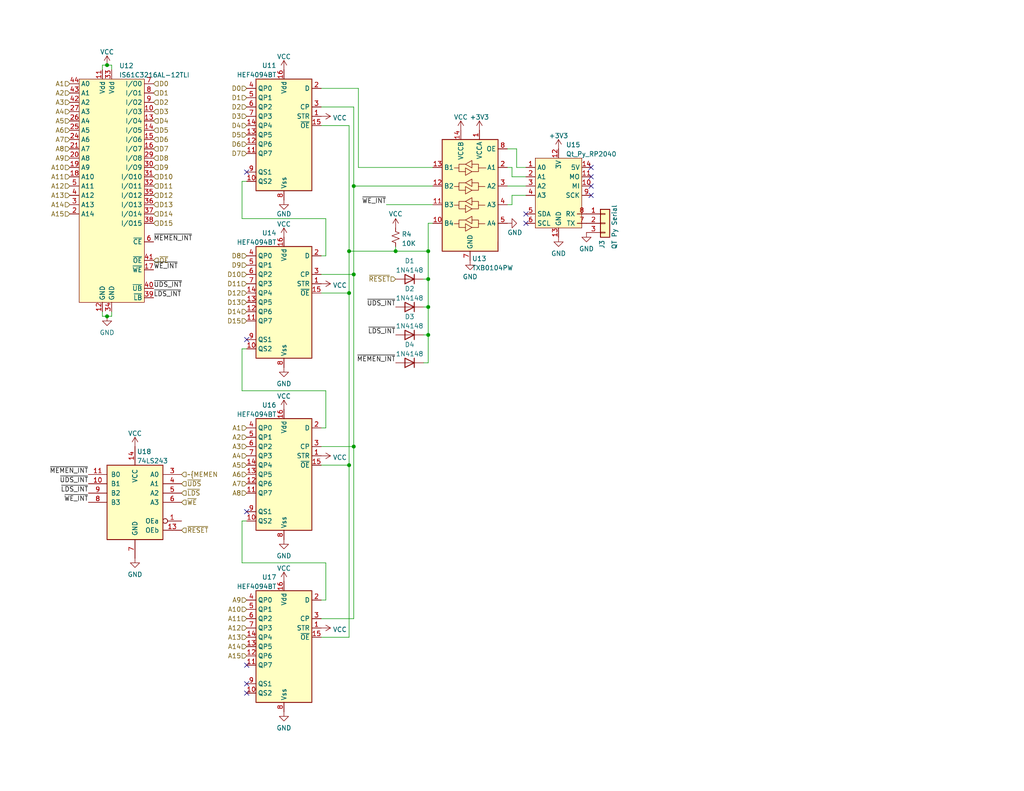
<source format=kicad_sch>
(kicad_sch (version 20211123) (generator eeschema)
  (paper "USLetter")
  (title_block (title "RAM/ROM Board") (date "2022-09-27") (rev "1.0.0-dev-3"))
  (lib_symbols
    (symbol "74xx:74LS243" (pin_names (offset 1.016))
      (property "Reference" "U" (at -7.62 11.43 0))
      (property "Value" "74LS243" (at -7.62 -11.43 0))
      (symbol "74LS243_1_0"
        (pin input inverted (at -12.7 -5.08 0) (length 5.08) (name "OEa") (number "1"))
        (pin tri_state line (at 12.7 5.08 180) (length 5.08) (name "B1") (number "10"))
        (pin tri_state line (at 12.7 7.62 180) (length 5.08) (name "B0") (number "11"))
        (pin input line (at -12.7 -7.62 0) (length 5.08) (name "OEb") (number "13"))
        (pin power_in line (at 0 15.24 270) (length 5.08) (name "VCC") (number "14"))
        (pin input line (at -12.7 7.62 0) (length 5.08) (name "A0") (number "3"))
        (pin input line (at -12.7 5.08 0) (length 5.08) (name "A1") (number "4"))
        (pin input line (at -12.7 2.54 0) (length 5.08) (name "A2") (number "5"))
        (pin input line (at -12.7 0 0) (length 5.08) (name "A3") (number "6"))
        (pin power_in line (at 0 -15.24 90) (length 5.08) (name "GND") (number "7"))
        (pin tri_state line (at 12.7 0 180) (length 5.08) (name "B3") (number "8"))
        (pin tri_state line (at 12.7 2.54 180) (length 5.08) (name "B2") (number "9"))
      )
      (symbol "74LS243_1_1"
        (rectangle (start -7.62 10.16) (end 7.62 -10.16) (stroke (width 0.254)) (fill (type background)))
      )
    )
    (symbol "Connector_Generic:Conn_01x03" (pin_names (offset 1.016) hide)
      (property "Reference" "J" (at 0 5.08 0))
      (property "Value" "Conn_01x03" (at 0 -5.08 0))
      (symbol "Conn_01x03_1_1"
        (rectangle (start -1.27 -2.413) (end 0 -2.667) (stroke (width 0.1524)))
        (rectangle (start -1.27 0.127) (end 0 -0.127) (stroke (width 0.1524)))
        (rectangle (start -1.27 2.667) (end 0 2.413) (stroke (width 0.1524)))
        (rectangle (start -1.27 3.81) (end 1.27 -3.81) (stroke (width 0.254)) (fill (type background)))
        (pin passive line (at -5.08 2.54 0) (length 3.81) (name "Pin_1") (number "1"))
        (pin passive line (at -5.08 0 0) (length 3.81) (name "Pin_2") (number "2"))
        (pin passive line (at -5.08 -2.54 0) (length 3.81) (name "Pin_3") (number "3"))
      )
    )
    (symbol "Device:R_Small_US" (pin_numbers hide) (pin_names (offset 0.254) hide)
      (property "Reference" "R" (at 0.762 0.508 0))
      (property "Value" "R_Small_US" (at 0.762 -1.016 0))
      (symbol "R_Small_US_1_1"
        (polyline (pts (xy 0 0) (xy 1.016 -0.381) (xy 0 -0.762) (xy -1.016 -1.143) (xy 0 -1.524)))
        (polyline (pts (xy 0 1.524) (xy 1.016 1.143) (xy 0 0.762) (xy -1.016 0.381) (xy 0 0)))
        (pin passive line (at 0 2.54 270) (length 1.016) (name "~") (number "1"))
        (pin passive line (at 0 -2.54 90) (length 1.016) (name "~") (number "2"))
      )
    )
    (symbol "Diode:1N4148" (pin_numbers hide) (pin_names (offset 1.016) hide)
      (property "Reference" "D" (at 0 2.54 0))
      (property "Value" "1N4148" (at 0 -2.54 0))
      (symbol "1N4148_0_1"
        (polyline (pts (xy -1.27 1.27) (xy -1.27 -1.27)) (stroke (width 0.254)))
        (polyline (pts (xy 1.27 0) (xy -1.27 0)))
        (polyline (pts (xy 1.27 1.27) (xy 1.27 -1.27) (xy -1.27 0) (xy 1.27 1.27)) (stroke (width 0.254)))
      )
      (symbol "1N4148_1_1"
        (pin passive line (at -3.81 0 0) (length 2.54) (name "K") (number "1"))
        (pin passive line (at 3.81 0 180) (length 2.54) (name "A") (number "2"))
      )
    )
    (symbol "Logic_LevelTranslator:TXB0104PW"
      (property "Reference" "U" (at -6.35 16.51 0))
      (property "Value" "TXB0104PW" (at 3.81 16.51 0))
      (symbol "TXB0104PW_0_1"
        (rectangle (start -7.62 -15.24) (end -7.62 -12.7) (stroke (width 0.254)))
        (rectangle (start -7.62 15.24) (end 7.62 -15.24) (stroke (width 0.254)) (fill (type background)))
        (polyline (pts (xy -2.286 -7.747) (xy -2.286 -6.731) (xy -0.508 -6.731)))
        (polyline (pts (xy -2.286 -2.667) (xy -2.286 -1.651) (xy -0.508 -1.651)))
        (polyline (pts (xy -2.286 2.413) (xy -2.286 3.429) (xy -0.508 3.429)))
        (polyline (pts (xy -2.286 7.493) (xy -2.286 8.509) (xy -0.508 8.509)))
        (polyline (pts (xy 3.048 -7.747) (xy 3.048 -8.763) (xy 1.27 -8.763)))
        (polyline (pts (xy 3.048 -2.667) (xy 3.048 -3.683) (xy 1.27 -3.683)))
        (polyline (pts (xy 3.048 2.413) (xy 3.048 1.397) (xy 1.27 1.397)))
        (polyline (pts (xy 3.048 7.493) (xy 3.048 6.477) (xy 1.27 6.477)))
        (polyline (pts (xy -0.508 -8.763) (xy -2.286 -8.763) (xy -2.286 -7.747) (xy -4.064 -7.747)))
        (polyline (pts (xy -0.508 -8.763) (xy 1.27 -7.747) (xy 1.27 -9.779) (xy -0.508 -8.763)))
        (polyline (pts (xy -0.508 -3.683) (xy -2.286 -3.683) (xy -2.286 -2.667) (xy -4.064 -2.667)))
        (polyline (pts (xy -0.508 -3.683) (xy 1.27 -2.667) (xy 1.27 -4.699) (xy -0.508 -3.683)))
        (polyline (pts (xy -0.508 1.397) (xy -2.286 1.397) (xy -2.286 2.413) (xy -4.064 2.413)))
        (polyline (pts (xy -0.508 1.397) (xy 1.27 2.413) (xy 1.27 0.381) (xy -0.508 1.397)))
        (polyline (pts (xy -0.508 6.477) (xy -2.286 6.477) (xy -2.286 7.493) (xy -4.318 7.493)))
        (polyline (pts (xy -0.508 6.477) (xy 1.27 7.493) (xy 1.27 5.461) (xy -0.508 6.477)))
        (polyline (pts (xy 1.27 -6.731) (xy -0.508 -7.747) (xy -0.508 -5.715) (xy 1.27 -6.731)))
        (polyline (pts (xy 1.27 -6.731) (xy 3.048 -6.731) (xy 3.048 -7.747) (xy 4.318 -7.747)))
        (polyline (pts (xy 1.27 -1.651) (xy -0.508 -2.667) (xy -0.508 -0.635) (xy 1.27 -1.651)))
        (polyline (pts (xy 1.27 -1.651) (xy 3.048 -1.651) (xy 3.048 -2.667) (xy 4.318 -2.667)))
        (polyline (pts (xy 1.27 3.429) (xy -0.508 2.413) (xy -0.508 4.445) (xy 1.27 3.429)))
        (polyline (pts (xy 1.27 3.429) (xy 3.048 3.429) (xy 3.048 2.413) (xy 4.318 2.413)))
        (polyline (pts (xy 1.27 8.509) (xy -0.508 7.493) (xy -0.508 9.525) (xy 1.27 8.509)))
        (polyline (pts (xy 1.27 8.509) (xy 3.048 8.509) (xy 3.048 7.493) (xy 4.318 7.493)))
      )
      (symbol "TXB0104PW_1_1"
        (pin power_in line (at -2.54 17.78 270) (length 2.54) (name "VCCA") (number "1"))
        (pin bidirectional line (at 10.16 -7.62 180) (length 2.54) (name "B4") (number "10"))
        (pin bidirectional line (at 10.16 -2.54 180) (length 2.54) (name "B3") (number "11"))
        (pin bidirectional line (at 10.16 2.54 180) (length 2.54) (name "B2") (number "12"))
        (pin bidirectional line (at 10.16 7.62 180) (length 2.54) (name "B1") (number "13"))
        (pin power_in line (at 2.54 17.78 270) (length 2.54) (name "VCCB") (number "14"))
        (pin bidirectional line (at -10.16 7.62 0) (length 2.54) (name "A1") (number "2"))
        (pin bidirectional line (at -10.16 2.54 0) (length 2.54) (name "A2") (number "3"))
        (pin bidirectional line (at -10.16 -2.54 0) (length 2.54) (name "A3") (number "4"))
        (pin bidirectional line (at -10.16 -7.62 0) (length 2.54) (name "A4") (number "5"))
        (pin no_connect line (at -10.16 -12.7 0) (length 2.54) hide (name "NC") (number "6"))
        (pin power_in line (at 0 -17.78 90) (length 2.54) (name "GND") (number "7"))
        (pin input line (at -10.16 12.7 0) (length 2.54) (name "OE") (number "8"))
        (pin no_connect line (at 10.16 -12.7 180) (length 2.54) hide (name "NC") (number "9"))
      )
    )
    (symbol "parts:HEF4094BT"
      (property "Reference" "U" (at -7.62 15.24 0))
      (property "Value" "HEF4094BT" (at -7.62 -15.24 0))
      (symbol "HEF4094BT_1_0"
        (pin input line (at -10.16 3.81 0) (length 2.54) (name "STR") (number "1"))
        (pin output line (at 10.16 -13.97 180) (length 2.54) (name "QS2") (number "10"))
        (pin tri_state line (at 10.16 -6.35 180) (length 2.54) (name "QP7") (number "11"))
        (pin tri_state line (at 10.16 -3.81 180) (length 2.54) (name "QP6") (number "12"))
        (pin tri_state line (at 10.16 -1.27 180) (length 2.54) (name "QP5") (number "13"))
        (pin tri_state line (at 10.16 1.27 180) (length 2.54) (name "QP4") (number "14"))
        (pin input line (at -10.16 1.27 0) (length 2.54) (name "~{OE}") (number "15"))
        (pin power_in line (at 0 16.51 270) (length 2.54) (name "Vdd") (number "16"))
        (pin input line (at -10.16 11.43 0) (length 2.54) (name "D") (number "2"))
        (pin input line (at -10.16 6.35 0) (length 2.54) (name "CP") (number "3"))
        (pin tri_state line (at 10.16 11.43 180) (length 2.54) (name "QP0") (number "4"))
        (pin tri_state line (at 10.16 8.89 180) (length 2.54) (name "QP1") (number "5"))
        (pin tri_state line (at 10.16 6.35 180) (length 2.54) (name "QP2") (number "6"))
        (pin tri_state line (at 10.16 3.81 180) (length 2.54) (name "QP3") (number "7"))
        (pin power_in line (at 0 -19.05 90) (length 2.54) (name "Vss") (number "8"))
        (pin output line (at 10.16 -11.43 180) (length 2.54) (name "QS1") (number "9"))
      )
      (symbol "HEF4094BT_1_1"
        (rectangle (start -7.62 13.97) (end 7.62 -16.51) (stroke (width 0.254)) (fill (type background)))
      )
    )
    (symbol "parts:IS61C3216AL-12TLI"
      (property "Reference" "U" (at 11.43 27.94 0))
      (property "Value" "IS61C3216AL-12TLI" (at 12.7 25.4 0))
      (symbol "IS61C3216AL-12TLI_0_0"
        (pin input line (at -10.16 -3.81 0) (length 2.54) (name "A10") (number "18"))
        (pin input line (at -10.16 -1.27 0) (length 2.54) (name "A9") (number "19"))
        (pin input line (at -10.16 -13.97 0) (length 2.54) (name "A14") (number "2"))
        (pin input line (at -10.16 1.27 0) (length 2.54) (name "A8") (number "20"))
        (pin input line (at -10.16 3.81 0) (length 2.54) (name "A7") (number "21"))
        (pin input line (at -10.16 6.35 0) (length 2.54) (name "A6") (number "24"))
        (pin input line (at -10.16 8.89 0) (length 2.54) (name "A5") (number "25"))
        (pin input line (at -10.16 11.43 0) (length 2.54) (name "A4") (number "26"))
        (pin input line (at -10.16 13.97 0) (length 2.54) (name "A3") (number "27"))
        (pin bidirectional line (at 12.7 1.27 180) (length 2.54) (name "I/O8") (number "29"))
        (pin input line (at -10.16 -11.43 0) (length 2.54) (name "A13") (number "3"))
        (pin bidirectional line (at 12.7 -1.27 180) (length 2.54) (name "I/O9") (number "30"))
        (pin bidirectional line (at 12.7 -3.81 180) (length 2.54) (name "I/O10") (number "31"))
        (pin bidirectional line (at 12.7 -6.35 180) (length 2.54) (name "I/O11") (number "32"))
        (pin bidirectional line (at 12.7 -8.89 180) (length 2.54) (name "I/O12") (number "35"))
        (pin bidirectional line (at 12.7 -11.43 180) (length 2.54) (name "I/O13") (number "36"))
        (pin bidirectional line (at 12.7 -13.97 180) (length 2.54) (name "I/O14") (number "37"))
        (pin bidirectional line (at 12.7 -16.51 180) (length 2.54) (name "I/O15") (number "38"))
        (pin input line (at -10.16 -8.89 0) (length 2.54) (name "A12") (number "4"))
        (pin input line (at -10.16 16.51 0) (length 2.54) (name "A2") (number "42"))
        (pin input line (at -10.16 19.05 0) (length 2.54) (name "A1") (number "43"))
        (pin input line (at -10.16 -6.35 0) (length 2.54) (name "A11") (number "5"))
      )
      (symbol "IS61C3216AL-12TLI_0_1"
        (rectangle (start 10.16 22.86) (end -7.62 -38.1) (stroke (width 0.1524)) (fill (type background)))
      )
      (symbol "IS61C3216AL-12TLI_1_1"
        (pin bidirectional line (at 12.7 13.97 180) (length 2.54) (name "I/O3") (number "10"))
        (pin power_in line (at -1.27 25.4 270) (length 2.54) (name "Vdd") (number "11"))
        (pin power_in line (at -1.27 -40.64 90) (length 2.54) (name "GND") (number "12"))
        (pin bidirectional line (at 12.7 11.43 180) (length 2.54) (name "I/O4") (number "13"))
        (pin bidirectional line (at 12.7 8.89 180) (length 2.54) (name "I/O5") (number "14"))
        (pin bidirectional line (at 12.7 6.35 180) (length 2.54) (name "I/O6") (number "15"))
        (pin bidirectional line (at 12.7 3.81 180) (length 2.54) (name "I/O7") (number "16"))
        (pin input line (at 12.7 -29.21 180) (length 2.54) (name "~{WE}") (number "17"))
        (pin power_in line (at 1.27 25.4 270) (length 2.54) (name "Vdd") (number "33"))
        (pin power_in line (at 1.27 -40.64 90) (length 2.54) (name "GND") (number "34"))
        (pin input line (at 12.7 -36.83 180) (length 2.54) (name "~{LB}") (number "39"))
        (pin input line (at 12.7 -34.29 180) (length 2.54) (name "~{UB}") (number "40"))
        (pin input line (at 12.7 -26.67 180) (length 2.54) (name "~{OE}") (number "41"))
        (pin input line (at -10.16 21.59 0) (length 2.54) (name "A0") (number "44"))
        (pin input line (at 12.7 -21.59 180) (length 2.54) (name "~{CE}") (number "6"))
        (pin bidirectional line (at 12.7 21.59 180) (length 2.54) (name "I/O0") (number "7"))
        (pin bidirectional line (at 12.7 19.05 180) (length 2.54) (name "I/O1") (number "8"))
        (pin bidirectional line (at 12.7 16.51 180) (length 2.54) (name "I/O2") (number "9"))
      )
    )
    (symbol "parts:Qt_Py_RP2040"
      (property "Reference" "U" (at 7.62 11.43 0))
      (property "Value" "Qt_Py_RP2040" (at 7.62 8.89 0))
      (symbol "Qt_Py_RP2040_0_1"
        (rectangle (start 6.35 7.62) (end -6.35 -11.43) (stroke (width 0.1524)) (fill (type background)))
      )
      (symbol "Qt_Py_RP2040_1_1"
        (pin bidirectional line (at -8.89 5.08 0) (length 2.54) (name "A0") (number "1"))
        (pin bidirectional line (at 8.89 0 180) (length 2.54) (name "MI") (number "10"))
        (pin bidirectional line (at 8.89 2.54 180) (length 2.54) (name "MO") (number "11"))
        (pin power_out line (at 0 10.16 270) (length 2.54) (name "3V") (number "12"))
        (pin power_out line (at 0 -13.97 90) (length 2.54) (name "GND") (number "13"))
        (pin power_out line (at 8.89 5.08 180) (length 2.54) (name "5V") (number "14"))
        (pin bidirectional line (at -8.89 2.54 0) (length 2.54) (name "A1") (number "2"))
        (pin bidirectional line (at -8.89 0 0) (length 2.54) (name "A2") (number "3"))
        (pin bidirectional line (at -8.89 -2.54 0) (length 2.54) (name "A3") (number "4"))
        (pin bidirectional line (at -8.89 -7.62 0) (length 2.54) (name "SDA") (number "5"))
        (pin bidirectional line (at -8.89 -10.16 0) (length 2.54) (name "SCL") (number "6"))
        (pin bidirectional line (at 7.62 -10.16 180) (length 2.54) (name "TX") (number "7"))
        (pin bidirectional line (at 7.62 -7.62 180) (length 2.54) (name "RX") (number "8"))
        (pin bidirectional line (at 8.89 -2.54 180) (length 2.54) (name "SCK") (number "9"))
      )
    )
    (symbol "power:+3V3" (power) (pin_names (offset 0))
      (property "Value" "+3V3" (at 0 3.556 0))
      (symbol "+3V3_0_1"
        (polyline (pts (xy -0.762 1.27) (xy 0 2.54)))
        (polyline (pts (xy 0 0) (xy 0 2.54)))
        (polyline (pts (xy 0 2.54) (xy 0.762 1.27)))
      )
      (symbol "+3V3_1_1"
        (pin power_in line (at 0 0 90) (length 0) hide (name "+3V3") (number "1"))
      )
    )
    (symbol "power:GND" (power) (pin_names (offset 0))
      (property "Value" "GND" (at 0 -3.81 0))
      (symbol "GND_0_1"
        (polyline (pts (xy 0 0) (xy 0 -1.27) (xy 1.27 -1.27) (xy 0 -2.54) (xy -1.27 -1.27) (xy 0 -1.27)))
      )
      (symbol "GND_1_1"
        (pin power_in line (at 0 0 270) (length 0) hide (name "GND") (number "1"))
      )
    )
    (symbol "power:VCC" (power) (pin_names (offset 0))
      (property "Value" "VCC" (at 0 3.81 0))
      (symbol "VCC_0_1"
        (polyline (pts (xy -0.762 1.27) (xy 0 2.54)))
        (polyline (pts (xy 0 0) (xy 0 2.54)))
        (polyline (pts (xy 0 2.54) (xy 0.762 1.27)))
      )
      (symbol "VCC_1_1"
        (pin power_in line (at 0 0 90) (length 0) hide (name "VCC") (number "1"))
      )
    )
  )
  (junction (at 95.25 68.58))
  (junction (at 116.84 83.82))
  (junction (at 95.25 80.01))
  (junction (at 116.84 91.44))
  (junction (at 116.84 76.2))
  (junction (at 96.52 50.8))
  (junction (at 29.21 17.78))
  (junction (at 107.95 68.58))
  (junction (at 96.52 121.92))
  (junction (at 116.84 68.58))
  (junction (at 95.25 127))
  (junction (at 29.21 86.36))
  (junction (at 96.52 74.93))
  (no_connect (at 67.31 46.99))
  (no_connect (at 67.31 139.7))
  (no_connect (at 67.31 92.71))
  (no_connect (at 67.31 189.23))
  (no_connect (at 143.51 60.96))
  (no_connect (at 143.51 58.42))
  (no_connect (at 161.29 45.72))
  (no_connect (at 161.29 50.8))
  (no_connect (at 161.29 53.34))
  (no_connect (at 161.29 48.26))
  (no_connect (at 67.31 181.61))
  (no_connect (at 67.31 186.69))
  (wire (pts (xy 116.84 76.2) (xy 116.84 83.82)))
  (wire (pts (xy 67.31 95.25) (xy 66.04 95.25)))
  (wire (pts (xy 116.84 68.58) (xy 116.84 76.2)))
  (wire (pts (xy 96.52 50.8) (xy 118.11 50.8)))
  (wire (pts (xy 66.04 106.68) (xy 88.9 106.68)))
  (wire (pts (xy 88.9 116.84) (xy 87.63 116.84)))
  (wire (pts (xy 27.94 17.78) (xy 29.21 17.78)))
  (wire (pts (xy 27.94 19.05) (xy 27.94 17.78)))
  (wire (pts (xy 87.63 168.91) (xy 96.52 168.91)))
  (wire (pts (xy 139.7 48.26) (xy 139.7 45.72)))
  (wire (pts (xy 115.57 99.06) (xy 116.84 99.06)))
  (wire (pts (xy 140.97 45.72) (xy 140.97 40.64)))
  (wire (pts (xy 88.9 69.85) (xy 87.63 69.85)))
  (wire (pts (xy 30.48 17.78) (xy 30.48 19.05)))
  (wire (pts (xy 139.7 53.34) (xy 143.51 53.34)))
  (wire (pts (xy 88.9 106.68) (xy 88.9 116.84)))
  (wire (pts (xy 107.95 67.31) (xy 107.95 68.58)))
  (wire (pts (xy 107.95 68.58) (xy 116.84 68.58)))
  (wire (pts (xy 88.9 153.67) (xy 88.9 163.83)))
  (wire (pts (xy 87.63 80.01) (xy 95.25 80.01)))
  (wire (pts (xy 115.57 91.44) (xy 116.84 91.44)))
  (wire (pts (xy 96.52 168.91) (xy 96.52 121.92)))
  (wire (pts (xy 87.63 121.92) (xy 96.52 121.92)))
  (wire (pts (xy 116.84 83.82) (xy 116.84 91.44)))
  (wire (pts (xy 140.97 45.72) (xy 143.51 45.72)))
  (wire (pts (xy 97.79 45.72) (xy 97.79 24.13)))
  (wire (pts (xy 116.84 60.96) (xy 116.84 68.58)))
  (wire (pts (xy 139.7 55.88) (xy 139.7 53.34)))
  (wire (pts (xy 88.9 163.83) (xy 87.63 163.83)))
  (wire (pts (xy 27.94 86.36) (xy 27.94 85.09)))
  (wire (pts (xy 67.31 49.53) (xy 66.04 49.53)))
  (wire (pts (xy 66.04 59.69) (xy 88.9 59.69)))
  (wire (pts (xy 96.52 29.21) (xy 96.52 50.8)))
  (wire (pts (xy 87.63 34.29) (xy 95.25 34.29)))
  (wire (pts (xy 88.9 59.69) (xy 88.9 69.85)))
  (wire (pts (xy 66.04 142.24) (xy 66.04 153.67)))
  (wire (pts (xy 138.43 50.8) (xy 143.51 50.8)))
  (wire (pts (xy 116.84 91.44) (xy 116.84 99.06)))
  (wire (pts (xy 96.52 29.21) (xy 87.63 29.21)))
  (wire (pts (xy 95.25 173.99) (xy 95.25 127)))
  (wire (pts (xy 95.25 80.01) (xy 95.25 127)))
  (wire (pts (xy 66.04 95.25) (xy 66.04 106.68)))
  (wire (pts (xy 95.25 34.29) (xy 95.25 68.58)))
  (wire (pts (xy 139.7 48.26) (xy 143.51 48.26)))
  (wire (pts (xy 87.63 173.99) (xy 95.25 173.99)))
  (wire (pts (xy 97.79 45.72) (xy 118.11 45.72)))
  (wire (pts (xy 118.11 60.96) (xy 116.84 60.96)))
  (wire (pts (xy 115.57 83.82) (xy 116.84 83.82)))
  (wire (pts (xy 29.21 86.36) (xy 27.94 86.36)))
  (wire (pts (xy 87.63 127) (xy 95.25 127)))
  (wire (pts (xy 97.79 24.13) (xy 87.63 24.13)))
  (wire (pts (xy 96.52 50.8) (xy 96.52 74.93)))
  (wire (pts (xy 115.57 76.2) (xy 116.84 76.2)))
  (wire (pts (xy 87.63 74.93) (xy 96.52 74.93)))
  (wire (pts (xy 67.31 142.24) (xy 66.04 142.24)))
  (wire (pts (xy 30.48 86.36) (xy 30.48 85.09)))
  (wire (pts (xy 95.25 68.58) (xy 107.95 68.58)))
  (wire (pts (xy 138.43 40.64) (xy 140.97 40.64)))
  (wire (pts (xy 29.21 17.78) (xy 30.48 17.78)))
  (wire (pts (xy 138.43 45.72) (xy 139.7 45.72)))
  (wire (pts (xy 66.04 49.53) (xy 66.04 59.69)))
  (wire (pts (xy 66.04 153.67) (xy 88.9 153.67)))
  (wire (pts (xy 29.21 86.36) (xy 30.48 86.36)))
  (wire (pts (xy 105.41 55.88) (xy 118.11 55.88)))
  (wire (pts (xy 138.43 55.88) (xy 139.7 55.88)))
  (wire (pts (xy 95.25 68.58) (xy 95.25 80.01)))
  (wire (pts (xy 96.52 74.93) (xy 96.52 121.92)))
  (label "~{UDS_INT}" (at 41.91 78.74 0))
  (label "~{WE_INT}" (at 41.91 73.66 0))
  (label "~{MEMEN_INT}" (at 107.95 99.06 180))
  (label "~{LDS_INT}" (at 41.91 81.28 0))
  (label "~{LDS_INT}" (at 107.95 91.44 180))
  (label "~{MEMEN_INT}" (at 24.13 129.54 180))
  (label "~{LDS_INT}" (at 24.13 134.62 180))
  (label "~{WE_INT}" (at 24.13 137.16 180))
  (label "~{UDS_INT}" (at 107.95 83.82 180))
  (label "~{MEMEN_INT}" (at 41.91 66.04 0))
  (label "~{UDS_INT}" (at 24.13 132.08 180))
  (label "~{WE_INT}" (at 105.41 55.88 180))
  (hierarchical_label "A14" (shape input) (at 67.31 176.53 180))
  (hierarchical_label "D15" (shape input) (at 41.91 60.96 0))
  (hierarchical_label "A13" (shape input) (at 67.31 173.99 180))
  (hierarchical_label "D12" (shape input) (at 41.91 53.34 0))
  (hierarchical_label "A8" (shape input) (at 19.05 40.64 180))
  (hierarchical_label "D4" (shape input) (at 67.31 34.29 180))
  (hierarchical_label "D2" (shape input) (at 67.31 29.21 180))
  (hierarchical_label "D0" (shape input) (at 41.91 22.86 0))
  (hierarchical_label "D8" (shape input) (at 41.91 43.18 0))
  (hierarchical_label "~{MEMEN" (shape input) (at 49.53 129.54 0))
  (hierarchical_label "D14" (shape input) (at 67.31 85.09 180))
  (hierarchical_label "D13" (shape input) (at 67.31 82.55 180))
  (hierarchical_label "A3" (shape input) (at 67.31 121.92 180))
  (hierarchical_label "D5" (shape input) (at 41.91 35.56 0))
  (hierarchical_label "D5" (shape input) (at 67.31 36.83 180))
  (hierarchical_label "~{RESET}" (shape input) (at 49.53 144.78 0))
  (hierarchical_label "A9" (shape input) (at 67.31 163.83 180))
  (hierarchical_label "D11" (shape input) (at 67.31 77.47 180))
  (hierarchical_label "D11" (shape input) (at 41.91 50.8 0))
  (hierarchical_label "A15" (shape input) (at 19.05 58.42 180))
  (hierarchical_label "A11" (shape input) (at 67.31 168.91 180))
  (hierarchical_label "A7" (shape input) (at 19.05 38.1 180))
  (hierarchical_label "A1" (shape input) (at 19.05 22.86 180))
  (hierarchical_label "A12" (shape input) (at 19.05 50.8 180))
  (hierarchical_label "A1" (shape input) (at 67.31 116.84 180))
  (hierarchical_label "D0" (shape input) (at 67.31 24.13 180))
  (hierarchical_label "A5" (shape input) (at 67.31 127 180))
  (hierarchical_label "D9" (shape input) (at 67.31 72.39 180))
  (hierarchical_label "D10" (shape input) (at 67.31 74.93 180))
  (hierarchical_label "D15" (shape input) (at 67.31 87.63 180))
  (hierarchical_label "A2" (shape input) (at 19.05 25.4 180))
  (hierarchical_label "D8" (shape input) (at 67.31 69.85 180))
  (hierarchical_label "D3" (shape input) (at 41.91 30.48 0))
  (hierarchical_label "D1" (shape input) (at 41.91 25.4 0))
  (hierarchical_label "A15" (shape input) (at 67.31 179.07 180))
  (hierarchical_label "~{UDS}" (shape input) (at 49.53 132.08 0))
  (hierarchical_label "A9" (shape input) (at 19.05 43.18 180))
  (hierarchical_label "A4" (shape input) (at 19.05 30.48 180))
  (hierarchical_label "D7" (shape input) (at 41.91 40.64 0))
  (hierarchical_label "D1" (shape input) (at 67.31 26.67 180))
  (hierarchical_label "A6" (shape input) (at 67.31 129.54 180))
  (hierarchical_label "A10" (shape input) (at 67.31 166.37 180))
  (hierarchical_label "D12" (shape input) (at 67.31 80.01 180))
  (hierarchical_label "D9" (shape input) (at 41.91 45.72 0))
  (hierarchical_label "~{OE}" (shape input) (at 41.91 71.12 0))
  (hierarchical_label "D7" (shape input) (at 67.31 41.91 180))
  (hierarchical_label "A6" (shape input) (at 19.05 35.56 180))
  (hierarchical_label "D3" (shape input) (at 67.31 31.75 180))
  (hierarchical_label "D4" (shape input) (at 41.91 33.02 0))
  (hierarchical_label "A10" (shape input) (at 19.05 45.72 180))
  (hierarchical_label "D14" (shape input) (at 41.91 58.42 0))
  (hierarchical_label "A14" (shape input) (at 19.05 55.88 180))
  (hierarchical_label "D13" (shape input) (at 41.91 55.88 0))
  (hierarchical_label "A12" (shape input) (at 67.31 171.45 180))
  (hierarchical_label "D6" (shape input) (at 41.91 38.1 0))
  (hierarchical_label "A3" (shape input) (at 19.05 27.94 180))
  (hierarchical_label "~{LDS}" (shape input) (at 49.53 134.62 0))
  (hierarchical_label "A8" (shape input) (at 67.31 134.62 180))
  (hierarchical_label "D10" (shape input) (at 41.91 48.26 0))
  (hierarchical_label "A11" (shape input) (at 19.05 48.26 180))
  (hierarchical_label "A7" (shape input) (at 67.31 132.08 180))
  (hierarchical_label "~{RESET}" (shape input) (at 107.95 76.2 180))
  (hierarchical_label "A4" (shape input) (at 67.31 124.46 180))
  (hierarchical_label "~{WE}" (shape input) (at 49.53 137.16 0))
  (hierarchical_label "A13" (shape input) (at 19.05 53.34 180))
  (hierarchical_label "A5" (shape input) (at 19.05 33.02 180))
  (hierarchical_label "D6" (shape input) (at 67.31 39.37 180))
  (hierarchical_label "D2" (shape input) (at 41.91 27.94 0))
  (hierarchical_label "A2" (shape input) (at 67.31 119.38 180))
  (symbol (lib_id "power:VCC") (at 77.47 111.76 0) (mirror y) (unit 1)
    (property "Reference" "#PWR054" (effects hide))
    (property "Value" "VCC" (at 77.47 108.1842 0))
  )
  (symbol (lib_id "power:GND") (at 77.47 194.31 0) (mirror y) (unit 1)
    (property "Reference" "#PWR063" (effects hide))
    (property "Value" "GND" (at 77.47 198.7534 0))
  )
  (symbol (lib_id "parts:HEF4094BT") (at 77.47 81.28 0) (mirror y) (unit 1)
    (property "Reference" "U14" (at 75.4506 63.6102 0) (effects (justify left)))
    (property "Value" "HEF4094BT" (at 75.4506 66.1471 0) (effects (justify left)))
    (property "Footprint" "Package_SO:SOIC-16_3.9x9.9mm_P1.27mm" (effects hide))
  )
  (symbol (lib_id "74xx:74LS243") (at 36.83 137.16 0) (mirror y) (unit 1)
    (property "Reference" "U18" (at 37.3506 123.3002 0) (effects (justify right)))
    (property "Value" "74LS243" (at 37.3506 125.8371 0) (effects (justify right)))
    (property "Footprint" "Package_SO:SOIC-14_3.9x8.7mm_P1.27mm" (effects hide))
    (property "Datasheet" "http://www.ti.com/lit/gpn/sn74LS243" (effects hide))
  )
  (symbol (lib_id "power:VCC") (at 36.83 121.92 0) (unit 1)
    (property "Reference" "#PWR0106" (effects hide))
    (property "Value" "VCC" (at 36.83 118.3442 0))
  )
  (symbol (lib_id "power:+3V3") (at 130.81 35.56 0) (unit 1)
    (property "Reference" "#PWR037" (effects hide))
    (property "Value" "+3V3" (at 130.81 31.9842 0))
  )
  (symbol (lib_id "power:VCC") (at 29.21 17.78 0) (unit 1)
    (property "Reference" "#PWR033" (effects hide))
    (property "Value" "VCC" (at 29.21 14.2042 0))
  )
  (symbol (lib_id "Diode:1N4148") (at 111.76 76.2 180) (unit 1)
    (property "Reference" "D1" (at 111.76 71.2302 0))
    (property "Value" "1N4148" (at 111.76 73.7671 0))
    (property "Footprint" "Diode_THT:D_DO-35_SOD27_P7.62mm_Horizontal" (effects hide))
    (property "Datasheet" "https://assets.nexperia.com/documents/data-sheet/1N4148_1N4448.pdf" (effects hide))
  )
  (symbol (lib_id "parts:HEF4094BT") (at 77.47 175.26 0) (mirror y) (unit 1)
    (property "Reference" "U17" (at 75.4506 157.5902 0) (effects (justify left)))
    (property "Value" "HEF4094BT" (at 75.4506 160.1271 0) (effects (justify left)))
    (property "Footprint" "Package_SO:SOIC-16_3.9x9.9mm_P1.27mm" (effects hide))
  )
  (symbol (lib_id "power:VCC") (at 87.63 171.45 270) (mirror x) (unit 1)
    (property "Reference" "#PWR062" (effects hide))
    (property "Value" "VCC" (at 90.805 171.8838 90) (effects (justify left)))
  )
  (symbol (lib_id "parts:HEF4094BT") (at 77.47 128.27 0) (mirror y) (unit 1)
    (property "Reference" "U16" (at 75.4506 110.6002 0) (effects (justify left)))
    (property "Value" "HEF4094BT" (at 75.4506 113.1371 0) (effects (justify left)))
    (property "Footprint" "Package_SO:SOIC-16_3.9x9.9mm_P1.27mm" (effects hide))
  )
  (symbol (lib_id "Device:R_Small_US") (at 107.95 64.77 0) (unit 1)
    (property "Reference" "R4" (at 109.601 63.9353 0) (effects (justify left)))
    (property "Value" "10K" (at 109.601 66.4722 0) (effects (justify left)))
    (property "Footprint" "Resistor_THT:R_Axial_DIN0207_L6.3mm_D2.5mm_P7.62mm_Horizontal" (effects hide))
  )
  (symbol (lib_id "power:+3V3") (at 152.4 40.64 0) (unit 1)
    (property "Reference" "#PWR0102" (effects hide))
    (property "Value" "+3V3" (at 152.4 37.0642 0))
  )
  (symbol (lib_id "power:GND") (at 36.83 152.4 0) (unit 1)
    (property "Reference" "#PWR0107" (effects hide))
    (property "Value" "GND" (at 36.83 156.8434 0))
  )
  (symbol (lib_id "power:VCC") (at 87.63 31.75 270) (mirror x) (unit 1)
    (property "Reference" "#PWR035" (effects hide))
    (property "Value" "VCC" (at 90.805 32.1838 90) (effects (justify left)))
  )
  (symbol (lib_id "power:VCC") (at 125.73 35.56 0) (unit 1)
    (property "Reference" "#PWR036" (effects hide))
    (property "Value" "VCC" (at 125.73 31.9842 0))
  )
  (symbol (lib_id "parts:IS61C3216AL-12TLI") (at 29.21 44.45 0) (unit 1)
    (property "Reference" "U12" (at 32.4994 17.941 0) (effects (justify left)))
    (property "Value" "IS61C3216AL-12TLI" (at 32.4994 20.4779 0) (effects (justify left)))
    (property "Footprint" "Package_SO:TSOP-II-44_10.16x18.41mm_P0.8mm" (effects hide))
  )
  (symbol (lib_id "parts:Qt_Py_RP2040") (at 152.4 50.8 0) (unit 1)
    (property "Reference" "U15" (at 154.4194 39.531 0) (effects (justify left)))
    (property "Value" "Qt_Py_RP2040" (at 154.4194 42.0679 0) (effects (justify left)))
  )
  (symbol (lib_id "power:GND") (at 152.4 64.77 0) (unit 1)
    (property "Reference" "#PWR0103" (effects hide))
    (property "Value" "GND" (at 152.4 69.2134 0))
  )
  (symbol (lib_id "Diode:1N4148") (at 111.76 83.82 180) (unit 1)
    (property "Reference" "D2" (at 111.76 78.8502 0))
    (property "Value" "1N4148" (at 111.76 81.3871 0))
    (property "Footprint" "Diode_THT:D_DO-35_SOD27_P7.62mm_Horizontal" (effects hide))
    (property "Datasheet" "https://assets.nexperia.com/documents/data-sheet/1N4148_1N4448.pdf" (effects hide))
  )
  (symbol (lib_id "power:GND") (at 138.43 60.96 90) (unit 1)
    (property "Reference" "#PWR043" (effects hide))
    (property "Value" "GND" (at 138.43 63.5 90) (effects (justify right)))
  )
  (symbol (lib_id "power:VCC") (at 77.47 19.05 0) (mirror y) (unit 1)
    (property "Reference" "#PWR034" (effects hide))
    (property "Value" "VCC" (at 77.47 15.4742 0))
  )
  (symbol (lib_id "power:GND") (at 77.47 54.61 0) (mirror y) (unit 1)
    (property "Reference" "#PWR042" (effects hide))
    (property "Value" "GND" (at 77.47 58.42 0))
  )
  (symbol (lib_id "power:GND") (at 29.21 86.36 0) (unit 1)
    (property "Reference" "#PWR050" (effects hide))
    (property "Value" "GND" (at 29.21 90.8034 0))
  )
  (symbol (lib_id "Connector_Generic:Conn_01x03") (at 165.1 60.96 0) (unit 1)
    (property "Reference" "J3" (at 164.2653 65.532 90) (effects (justify right)))
    (property "Value" "QT Py Serial" (at 167.64 55.88 90) (effects (justify right)))
    (property "Footprint" "Connector_PinHeader_2.54mm:PinHeader_1x03_P2.54mm_Vertical" (effects hide))
  )
  (symbol (lib_id "power:VCC") (at 87.63 124.46 270) (mirror x) (unit 1)
    (property "Reference" "#PWR058" (effects hide))
    (property "Value" "VCC" (at 90.805 124.8938 90) (effects (justify left)))
  )
  (symbol (lib_id "power:VCC") (at 87.63 77.47 270) (mirror x) (unit 1)
    (property "Reference" "#PWR048" (effects hide))
    (property "Value" "VCC" (at 90.805 77.9038 90) (effects (justify left)))
  )
  (symbol (lib_id "power:GND") (at 77.47 147.32 0) (mirror y) (unit 1)
    (property "Reference" "#PWR060" (effects hide))
    (property "Value" "GND" (at 77.47 151.7634 0))
  )
  (symbol (lib_id "power:VCC") (at 77.47 64.77 0) (mirror y) (unit 1)
    (property "Reference" "#PWR044" (effects hide))
    (property "Value" "VCC" (at 77.47 61.1942 0))
  )
  (symbol (lib_id "power:GND") (at 160.02 63.5 0) (unit 1)
    (property "Reference" "#PWR0104" (effects hide))
    (property "Value" "GND" (at 160.02 67.9434 0))
  )
  (symbol (lib_id "Logic_LevelTranslator:TXB0104PW") (at 128.27 53.34 0) (mirror y) (unit 1)
    (property "Reference" "U13" (at 128.7906 70.6104 0) (effects (justify right)))
    (property "Value" "TXB0104PW" (at 128.7906 73.1473 0) (effects (justify right)))
    (property "Footprint" "Package_SO:TSSOP-14_4.4x5mm_P0.65mm" (effects hide))
    (property "Datasheet" "http://www.ti.com/lit/ds/symlink/txb0104.pdf" (effects hide))
  )
  (symbol (lib_id "Diode:1N4148") (at 111.76 99.06 180) (unit 1)
    (property "Reference" "D4" (at 111.76 94.0902 0))
    (property "Value" "1N4148" (at 111.76 96.6271 0))
    (property "Footprint" "Diode_THT:D_DO-35_SOD27_P7.62mm_Horizontal" (effects hide))
    (property "Datasheet" "https://assets.nexperia.com/documents/data-sheet/1N4148_1N4448.pdf" (effects hide))
  )
  (symbol (lib_id "power:GND") (at 128.27 71.12 0) (unit 1)
    (property "Reference" "#PWR047" (effects hide))
    (property "Value" "GND" (at 128.27 75.5634 0))
  )
  (symbol (lib_id "parts:HEF4094BT") (at 77.47 35.56 0) (mirror y) (unit 1)
    (property "Reference" "U11" (at 75.4506 17.8902 0) (effects (justify left)))
    (property "Value" "HEF4094BT" (at 75.4506 20.4271 0) (effects (justify left)))
    (property "Footprint" "Package_SO:SOIC-16_3.9x9.9mm_P1.27mm" (effects hide))
  )
  (symbol (lib_id "power:GND") (at 77.47 100.33 0) (mirror y) (unit 1)
    (property "Reference" "#PWR053" (effects hide))
    (property "Value" "GND" (at 77.47 104.7734 0))
  )
  (symbol (lib_id "power:VCC") (at 77.47 158.75 0) (mirror y) (unit 1)
    (property "Reference" "#PWR061" (effects hide))
    (property "Value" "VCC" (at 77.47 155.1742 0))
  )
  (symbol (lib_id "power:VCC") (at 107.95 62.23 0) (unit 1)
    (property "Reference" "#PWR049" (effects hide))
    (property "Value" "VCC" (at 107.95 58.42 0))
  )
  (symbol (lib_id "Diode:1N4148") (at 111.76 91.44 180) (unit 1)
    (property "Reference" "D3" (at 111.76 86.4702 0))
    (property "Value" "1N4148" (at 111.76 89.0071 0))
    (property "Footprint" "Diode_THT:D_DO-35_SOD27_P7.62mm_Horizontal" (effects hide))
    (property "Datasheet" "https://assets.nexperia.com/documents/data-sheet/1N4148_1N4448.pdf" (effects hide))
  )
)
</source>
